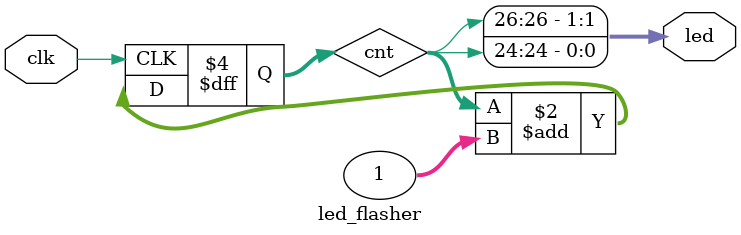
<source format=v>
`timescale 1ns / 1ps


module led_flasher(
    output [1:0] led,
    input clk
    );
reg [31:0] cnt;
//reg [1:0] led_i;

assign led[1] = cnt[26];
assign led[0] = cnt[24];

initial begin
cnt = 0;
end

always @(posedge clk)
begin
    cnt<=cnt+1;
end

endmodule

</source>
